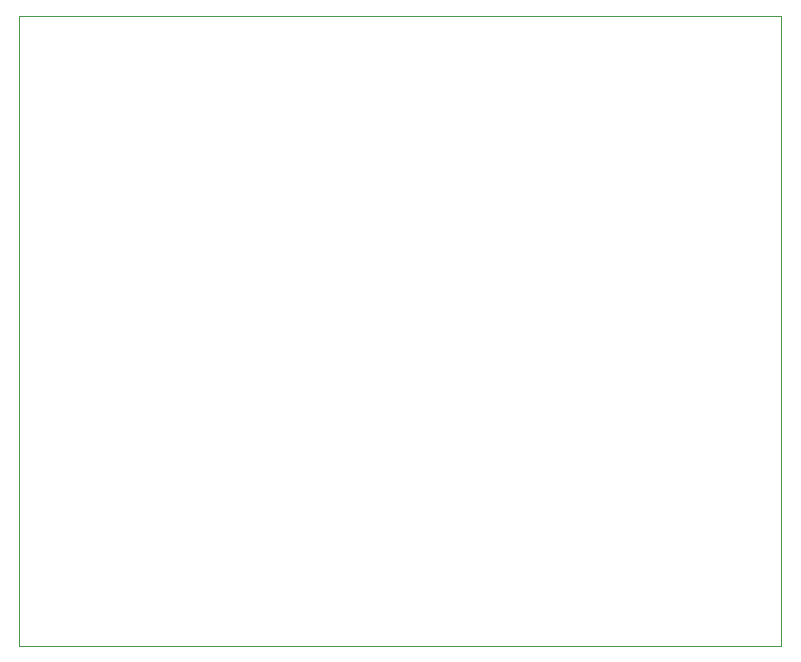
<source format=gm1>
G04 #@! TF.GenerationSoftware,KiCad,Pcbnew,(5.1.2)-1*
G04 #@! TF.CreationDate,2024-09-19T10:13:49+01:00*
G04 #@! TF.ProjectId,ESP32_PCB03,45535033-325f-4504-9342-30332e6b6963,rev?*
G04 #@! TF.SameCoordinates,Original*
G04 #@! TF.FileFunction,Profile,NP*
%FSLAX46Y46*%
G04 Gerber Fmt 4.6, Leading zero omitted, Abs format (unit mm)*
G04 Created by KiCad (PCBNEW (5.1.2)-1) date 2024-09-19 10:13:49*
%MOMM*%
%LPD*%
G04 APERTURE LIST*
%ADD10C,0.050000*%
G04 APERTURE END LIST*
D10*
X102362000Y-66040000D02*
X102616000Y-66040000D01*
X102362000Y-119380000D02*
X102362000Y-66040000D01*
X166878000Y-119380000D02*
X102362000Y-119380000D01*
X166878000Y-66040000D02*
X166878000Y-119380000D01*
X102616000Y-66040000D02*
X166878000Y-66040000D01*
M02*

</source>
